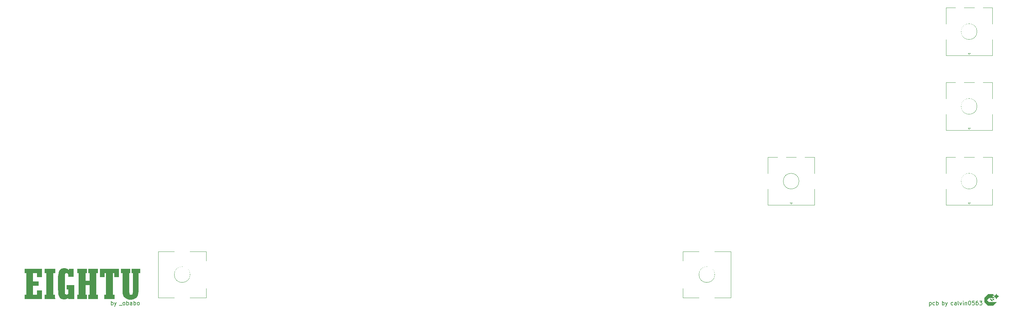
<source format=gbr>
%TF.GenerationSoftware,KiCad,Pcbnew,(7.0.0)*%
%TF.CreationDate,2023-11-25T12:28:40+01:00*%
%TF.ProjectId,Eightu Ortho,45696768-7475-4204-9f72-74686f2e6b69,rev?*%
%TF.SameCoordinates,Original*%
%TF.FileFunction,Legend,Top*%
%TF.FilePolarity,Positive*%
%FSLAX46Y46*%
G04 Gerber Fmt 4.6, Leading zero omitted, Abs format (unit mm)*
G04 Created by KiCad (PCBNEW (7.0.0)) date 2023-11-25 12:28:40*
%MOMM*%
%LPD*%
G01*
G04 APERTURE LIST*
%ADD10C,0.150000*%
%ADD11C,0.120000*%
%ADD12C,1.750000*%
%ADD13C,3.987800*%
G04 APERTURE END LIST*
D10*
X283606845Y-121353214D02*
X283606845Y-122353214D01*
X283606845Y-121400833D02*
X283702083Y-121353214D01*
X283702083Y-121353214D02*
X283892559Y-121353214D01*
X283892559Y-121353214D02*
X283987797Y-121400833D01*
X283987797Y-121400833D02*
X284035416Y-121448452D01*
X284035416Y-121448452D02*
X284083035Y-121543690D01*
X284083035Y-121543690D02*
X284083035Y-121829404D01*
X284083035Y-121829404D02*
X284035416Y-121924642D01*
X284035416Y-121924642D02*
X283987797Y-121972261D01*
X283987797Y-121972261D02*
X283892559Y-122019880D01*
X283892559Y-122019880D02*
X283702083Y-122019880D01*
X283702083Y-122019880D02*
X283606845Y-121972261D01*
X284940178Y-121972261D02*
X284844940Y-122019880D01*
X284844940Y-122019880D02*
X284654464Y-122019880D01*
X284654464Y-122019880D02*
X284559226Y-121972261D01*
X284559226Y-121972261D02*
X284511607Y-121924642D01*
X284511607Y-121924642D02*
X284463988Y-121829404D01*
X284463988Y-121829404D02*
X284463988Y-121543690D01*
X284463988Y-121543690D02*
X284511607Y-121448452D01*
X284511607Y-121448452D02*
X284559226Y-121400833D01*
X284559226Y-121400833D02*
X284654464Y-121353214D01*
X284654464Y-121353214D02*
X284844940Y-121353214D01*
X284844940Y-121353214D02*
X284940178Y-121400833D01*
X285368750Y-122019880D02*
X285368750Y-121019880D01*
X285368750Y-121400833D02*
X285463988Y-121353214D01*
X285463988Y-121353214D02*
X285654464Y-121353214D01*
X285654464Y-121353214D02*
X285749702Y-121400833D01*
X285749702Y-121400833D02*
X285797321Y-121448452D01*
X285797321Y-121448452D02*
X285844940Y-121543690D01*
X285844940Y-121543690D02*
X285844940Y-121829404D01*
X285844940Y-121829404D02*
X285797321Y-121924642D01*
X285797321Y-121924642D02*
X285749702Y-121972261D01*
X285749702Y-121972261D02*
X285654464Y-122019880D01*
X285654464Y-122019880D02*
X285463988Y-122019880D01*
X285463988Y-122019880D02*
X285368750Y-121972261D01*
X286873512Y-122019880D02*
X286873512Y-121019880D01*
X286873512Y-121400833D02*
X286968750Y-121353214D01*
X286968750Y-121353214D02*
X287159226Y-121353214D01*
X287159226Y-121353214D02*
X287254464Y-121400833D01*
X287254464Y-121400833D02*
X287302083Y-121448452D01*
X287302083Y-121448452D02*
X287349702Y-121543690D01*
X287349702Y-121543690D02*
X287349702Y-121829404D01*
X287349702Y-121829404D02*
X287302083Y-121924642D01*
X287302083Y-121924642D02*
X287254464Y-121972261D01*
X287254464Y-121972261D02*
X287159226Y-122019880D01*
X287159226Y-122019880D02*
X286968750Y-122019880D01*
X286968750Y-122019880D02*
X286873512Y-121972261D01*
X287683036Y-121353214D02*
X287921131Y-122019880D01*
X288159226Y-121353214D02*
X287921131Y-122019880D01*
X287921131Y-122019880D02*
X287825893Y-122257976D01*
X287825893Y-122257976D02*
X287778274Y-122305595D01*
X287778274Y-122305595D02*
X287683036Y-122353214D01*
X289568750Y-121972261D02*
X289473512Y-122019880D01*
X289473512Y-122019880D02*
X289283036Y-122019880D01*
X289283036Y-122019880D02*
X289187798Y-121972261D01*
X289187798Y-121972261D02*
X289140179Y-121924642D01*
X289140179Y-121924642D02*
X289092560Y-121829404D01*
X289092560Y-121829404D02*
X289092560Y-121543690D01*
X289092560Y-121543690D02*
X289140179Y-121448452D01*
X289140179Y-121448452D02*
X289187798Y-121400833D01*
X289187798Y-121400833D02*
X289283036Y-121353214D01*
X289283036Y-121353214D02*
X289473512Y-121353214D01*
X289473512Y-121353214D02*
X289568750Y-121400833D01*
X290425893Y-122019880D02*
X290425893Y-121496071D01*
X290425893Y-121496071D02*
X290378274Y-121400833D01*
X290378274Y-121400833D02*
X290283036Y-121353214D01*
X290283036Y-121353214D02*
X290092560Y-121353214D01*
X290092560Y-121353214D02*
X289997322Y-121400833D01*
X290425893Y-121972261D02*
X290330655Y-122019880D01*
X290330655Y-122019880D02*
X290092560Y-122019880D01*
X290092560Y-122019880D02*
X289997322Y-121972261D01*
X289997322Y-121972261D02*
X289949703Y-121877023D01*
X289949703Y-121877023D02*
X289949703Y-121781785D01*
X289949703Y-121781785D02*
X289997322Y-121686547D01*
X289997322Y-121686547D02*
X290092560Y-121638928D01*
X290092560Y-121638928D02*
X290330655Y-121638928D01*
X290330655Y-121638928D02*
X290425893Y-121591309D01*
X291044941Y-122019880D02*
X290949703Y-121972261D01*
X290949703Y-121972261D02*
X290902084Y-121877023D01*
X290902084Y-121877023D02*
X290902084Y-121019880D01*
X291330656Y-121353214D02*
X291568751Y-122019880D01*
X291568751Y-122019880D02*
X291806846Y-121353214D01*
X292187799Y-122019880D02*
X292187799Y-121353214D01*
X292187799Y-121019880D02*
X292140180Y-121067500D01*
X292140180Y-121067500D02*
X292187799Y-121115119D01*
X292187799Y-121115119D02*
X292235418Y-121067500D01*
X292235418Y-121067500D02*
X292187799Y-121019880D01*
X292187799Y-121019880D02*
X292187799Y-121115119D01*
X292663989Y-121353214D02*
X292663989Y-122019880D01*
X292663989Y-121448452D02*
X292711608Y-121400833D01*
X292711608Y-121400833D02*
X292806846Y-121353214D01*
X292806846Y-121353214D02*
X292949703Y-121353214D01*
X292949703Y-121353214D02*
X293044941Y-121400833D01*
X293044941Y-121400833D02*
X293092560Y-121496071D01*
X293092560Y-121496071D02*
X293092560Y-122019880D01*
X293759227Y-121019880D02*
X293854465Y-121019880D01*
X293854465Y-121019880D02*
X293949703Y-121067500D01*
X293949703Y-121067500D02*
X293997322Y-121115119D01*
X293997322Y-121115119D02*
X294044941Y-121210357D01*
X294044941Y-121210357D02*
X294092560Y-121400833D01*
X294092560Y-121400833D02*
X294092560Y-121638928D01*
X294092560Y-121638928D02*
X294044941Y-121829404D01*
X294044941Y-121829404D02*
X293997322Y-121924642D01*
X293997322Y-121924642D02*
X293949703Y-121972261D01*
X293949703Y-121972261D02*
X293854465Y-122019880D01*
X293854465Y-122019880D02*
X293759227Y-122019880D01*
X293759227Y-122019880D02*
X293663989Y-121972261D01*
X293663989Y-121972261D02*
X293616370Y-121924642D01*
X293616370Y-121924642D02*
X293568751Y-121829404D01*
X293568751Y-121829404D02*
X293521132Y-121638928D01*
X293521132Y-121638928D02*
X293521132Y-121400833D01*
X293521132Y-121400833D02*
X293568751Y-121210357D01*
X293568751Y-121210357D02*
X293616370Y-121115119D01*
X293616370Y-121115119D02*
X293663989Y-121067500D01*
X293663989Y-121067500D02*
X293759227Y-121019880D01*
X294997322Y-121019880D02*
X294521132Y-121019880D01*
X294521132Y-121019880D02*
X294473513Y-121496071D01*
X294473513Y-121496071D02*
X294521132Y-121448452D01*
X294521132Y-121448452D02*
X294616370Y-121400833D01*
X294616370Y-121400833D02*
X294854465Y-121400833D01*
X294854465Y-121400833D02*
X294949703Y-121448452D01*
X294949703Y-121448452D02*
X294997322Y-121496071D01*
X294997322Y-121496071D02*
X295044941Y-121591309D01*
X295044941Y-121591309D02*
X295044941Y-121829404D01*
X295044941Y-121829404D02*
X294997322Y-121924642D01*
X294997322Y-121924642D02*
X294949703Y-121972261D01*
X294949703Y-121972261D02*
X294854465Y-122019880D01*
X294854465Y-122019880D02*
X294616370Y-122019880D01*
X294616370Y-122019880D02*
X294521132Y-121972261D01*
X294521132Y-121972261D02*
X294473513Y-121924642D01*
X295902084Y-121019880D02*
X295711608Y-121019880D01*
X295711608Y-121019880D02*
X295616370Y-121067500D01*
X295616370Y-121067500D02*
X295568751Y-121115119D01*
X295568751Y-121115119D02*
X295473513Y-121257976D01*
X295473513Y-121257976D02*
X295425894Y-121448452D01*
X295425894Y-121448452D02*
X295425894Y-121829404D01*
X295425894Y-121829404D02*
X295473513Y-121924642D01*
X295473513Y-121924642D02*
X295521132Y-121972261D01*
X295521132Y-121972261D02*
X295616370Y-122019880D01*
X295616370Y-122019880D02*
X295806846Y-122019880D01*
X295806846Y-122019880D02*
X295902084Y-121972261D01*
X295902084Y-121972261D02*
X295949703Y-121924642D01*
X295949703Y-121924642D02*
X295997322Y-121829404D01*
X295997322Y-121829404D02*
X295997322Y-121591309D01*
X295997322Y-121591309D02*
X295949703Y-121496071D01*
X295949703Y-121496071D02*
X295902084Y-121448452D01*
X295902084Y-121448452D02*
X295806846Y-121400833D01*
X295806846Y-121400833D02*
X295616370Y-121400833D01*
X295616370Y-121400833D02*
X295521132Y-121448452D01*
X295521132Y-121448452D02*
X295473513Y-121496071D01*
X295473513Y-121496071D02*
X295425894Y-121591309D01*
X296330656Y-121019880D02*
X296949703Y-121019880D01*
X296949703Y-121019880D02*
X296616370Y-121400833D01*
X296616370Y-121400833D02*
X296759227Y-121400833D01*
X296759227Y-121400833D02*
X296854465Y-121448452D01*
X296854465Y-121448452D02*
X296902084Y-121496071D01*
X296902084Y-121496071D02*
X296949703Y-121591309D01*
X296949703Y-121591309D02*
X296949703Y-121829404D01*
X296949703Y-121829404D02*
X296902084Y-121924642D01*
X296902084Y-121924642D02*
X296854465Y-121972261D01*
X296854465Y-121972261D02*
X296759227Y-122019880D01*
X296759227Y-122019880D02*
X296473513Y-122019880D01*
X296473513Y-122019880D02*
X296378275Y-121972261D01*
X296378275Y-121972261D02*
X296330656Y-121924642D01*
X75644345Y-122019880D02*
X75644345Y-121019880D01*
X75644345Y-121400833D02*
X75739583Y-121353214D01*
X75739583Y-121353214D02*
X75930059Y-121353214D01*
X75930059Y-121353214D02*
X76025297Y-121400833D01*
X76025297Y-121400833D02*
X76072916Y-121448452D01*
X76072916Y-121448452D02*
X76120535Y-121543690D01*
X76120535Y-121543690D02*
X76120535Y-121829404D01*
X76120535Y-121829404D02*
X76072916Y-121924642D01*
X76072916Y-121924642D02*
X76025297Y-121972261D01*
X76025297Y-121972261D02*
X75930059Y-122019880D01*
X75930059Y-122019880D02*
X75739583Y-122019880D01*
X75739583Y-122019880D02*
X75644345Y-121972261D01*
X76453869Y-121353214D02*
X76691964Y-122019880D01*
X76930059Y-121353214D02*
X76691964Y-122019880D01*
X76691964Y-122019880D02*
X76596726Y-122257976D01*
X76596726Y-122257976D02*
X76549107Y-122305595D01*
X76549107Y-122305595D02*
X76453869Y-122353214D01*
X77672917Y-122115119D02*
X78434821Y-122115119D01*
X78815774Y-122019880D02*
X78720536Y-121972261D01*
X78720536Y-121972261D02*
X78672917Y-121924642D01*
X78672917Y-121924642D02*
X78625298Y-121829404D01*
X78625298Y-121829404D02*
X78625298Y-121543690D01*
X78625298Y-121543690D02*
X78672917Y-121448452D01*
X78672917Y-121448452D02*
X78720536Y-121400833D01*
X78720536Y-121400833D02*
X78815774Y-121353214D01*
X78815774Y-121353214D02*
X78958631Y-121353214D01*
X78958631Y-121353214D02*
X79053869Y-121400833D01*
X79053869Y-121400833D02*
X79101488Y-121448452D01*
X79101488Y-121448452D02*
X79149107Y-121543690D01*
X79149107Y-121543690D02*
X79149107Y-121829404D01*
X79149107Y-121829404D02*
X79101488Y-121924642D01*
X79101488Y-121924642D02*
X79053869Y-121972261D01*
X79053869Y-121972261D02*
X78958631Y-122019880D01*
X78958631Y-122019880D02*
X78815774Y-122019880D01*
X79577679Y-122019880D02*
X79577679Y-121019880D01*
X79577679Y-121400833D02*
X79672917Y-121353214D01*
X79672917Y-121353214D02*
X79863393Y-121353214D01*
X79863393Y-121353214D02*
X79958631Y-121400833D01*
X79958631Y-121400833D02*
X80006250Y-121448452D01*
X80006250Y-121448452D02*
X80053869Y-121543690D01*
X80053869Y-121543690D02*
X80053869Y-121829404D01*
X80053869Y-121829404D02*
X80006250Y-121924642D01*
X80006250Y-121924642D02*
X79958631Y-121972261D01*
X79958631Y-121972261D02*
X79863393Y-122019880D01*
X79863393Y-122019880D02*
X79672917Y-122019880D01*
X79672917Y-122019880D02*
X79577679Y-121972261D01*
X80911012Y-122019880D02*
X80911012Y-121496071D01*
X80911012Y-121496071D02*
X80863393Y-121400833D01*
X80863393Y-121400833D02*
X80768155Y-121353214D01*
X80768155Y-121353214D02*
X80577679Y-121353214D01*
X80577679Y-121353214D02*
X80482441Y-121400833D01*
X80911012Y-121972261D02*
X80815774Y-122019880D01*
X80815774Y-122019880D02*
X80577679Y-122019880D01*
X80577679Y-122019880D02*
X80482441Y-121972261D01*
X80482441Y-121972261D02*
X80434822Y-121877023D01*
X80434822Y-121877023D02*
X80434822Y-121781785D01*
X80434822Y-121781785D02*
X80482441Y-121686547D01*
X80482441Y-121686547D02*
X80577679Y-121638928D01*
X80577679Y-121638928D02*
X80815774Y-121638928D01*
X80815774Y-121638928D02*
X80911012Y-121591309D01*
X81387203Y-122019880D02*
X81387203Y-121019880D01*
X81387203Y-121400833D02*
X81482441Y-121353214D01*
X81482441Y-121353214D02*
X81672917Y-121353214D01*
X81672917Y-121353214D02*
X81768155Y-121400833D01*
X81768155Y-121400833D02*
X81815774Y-121448452D01*
X81815774Y-121448452D02*
X81863393Y-121543690D01*
X81863393Y-121543690D02*
X81863393Y-121829404D01*
X81863393Y-121829404D02*
X81815774Y-121924642D01*
X81815774Y-121924642D02*
X81768155Y-121972261D01*
X81768155Y-121972261D02*
X81672917Y-122019880D01*
X81672917Y-122019880D02*
X81482441Y-122019880D01*
X81482441Y-122019880D02*
X81387203Y-121972261D01*
X82434822Y-122019880D02*
X82339584Y-121972261D01*
X82339584Y-121972261D02*
X82291965Y-121924642D01*
X82291965Y-121924642D02*
X82244346Y-121829404D01*
X82244346Y-121829404D02*
X82244346Y-121543690D01*
X82244346Y-121543690D02*
X82291965Y-121448452D01*
X82291965Y-121448452D02*
X82339584Y-121400833D01*
X82339584Y-121400833D02*
X82434822Y-121353214D01*
X82434822Y-121353214D02*
X82577679Y-121353214D01*
X82577679Y-121353214D02*
X82672917Y-121400833D01*
X82672917Y-121400833D02*
X82720536Y-121448452D01*
X82720536Y-121448452D02*
X82768155Y-121543690D01*
X82768155Y-121543690D02*
X82768155Y-121829404D01*
X82768155Y-121829404D02*
X82720536Y-121924642D01*
X82720536Y-121924642D02*
X82672917Y-121972261D01*
X82672917Y-121972261D02*
X82577679Y-122019880D01*
X82577679Y-122019880D02*
X82434822Y-122019880D01*
D11*
%TO.C,SW7*%
X242543750Y-84387500D02*
X244943750Y-84387500D01*
X242543750Y-88487500D02*
X242543750Y-84387500D01*
X242543750Y-92487500D02*
X242543750Y-96587500D01*
X242543750Y-96587500D02*
X254343750Y-96587500D01*
X247143750Y-84387500D02*
X249743750Y-84387500D01*
X248143750Y-95987500D02*
X248743750Y-95987500D01*
X248443750Y-96287500D02*
X248143750Y-95987500D01*
X248743750Y-95987500D02*
X248443750Y-96287500D01*
X251943750Y-84387500D02*
X254343750Y-84387500D01*
X254343750Y-84387500D02*
X254343750Y-88487500D01*
X254343750Y-92487500D02*
X254343750Y-96587500D01*
X250443750Y-90487500D02*
G75*
G03*
X250443750Y-90487500I-2000000J0D01*
G01*
%TO.C,SW4*%
X99762500Y-108400000D02*
X99762500Y-110800000D01*
X95662500Y-108400000D02*
X99762500Y-108400000D01*
X91662500Y-108400000D02*
X87562500Y-108400000D01*
X87562500Y-108400000D02*
X87562500Y-120200000D01*
X99762500Y-113000000D02*
X99762500Y-115600000D01*
X88162500Y-114000000D02*
X88162500Y-114600000D01*
X87862500Y-114300000D02*
X88162500Y-114000000D01*
X88162500Y-114600000D02*
X87862500Y-114300000D01*
X99762500Y-117800000D02*
X99762500Y-120200000D01*
X99762500Y-120200000D02*
X95662500Y-120200000D01*
X91662500Y-120200000D02*
X87562500Y-120200000D01*
X95662500Y-114300000D02*
G75*
G03*
X95662500Y-114300000I-2000000J0D01*
G01*
%TO.C,G\u002A\u002A\u002A*%
G36*
X61382256Y-113344590D02*
G01*
X61382256Y-113887767D01*
X61149466Y-113887767D01*
X60916675Y-113887767D01*
X60916675Y-116652410D01*
X60916675Y-119417053D01*
X61136533Y-119432960D01*
X61356390Y-119448867D01*
X61371133Y-119979112D01*
X61385875Y-120509356D01*
X60064921Y-120509356D01*
X58743967Y-120509356D01*
X58743967Y-119966179D01*
X58743967Y-119423002D01*
X58950891Y-119423002D01*
X59157816Y-119423002D01*
X59157816Y-116655385D01*
X59157816Y-113887767D01*
X58950891Y-113887767D01*
X58743967Y-113887767D01*
X58743967Y-113344590D01*
X58743967Y-112801413D01*
X60063111Y-112801413D01*
X61382256Y-112801413D01*
X61382256Y-113344590D01*
G37*
G36*
X77625840Y-113887767D02*
G01*
X77625840Y-114974122D01*
X77030932Y-114974122D01*
X76436024Y-114974122D01*
X76436024Y-114430945D01*
X76436024Y-113887767D01*
X76254965Y-113887767D01*
X76073905Y-113887767D01*
X76073905Y-116655385D01*
X76073905Y-119423002D01*
X76280830Y-119423002D01*
X76487755Y-119423002D01*
X76487755Y-119966179D01*
X76487755Y-120509356D01*
X75194476Y-120509356D01*
X73901197Y-120509356D01*
X73901197Y-119966179D01*
X73901197Y-119423002D01*
X74108121Y-119423002D01*
X74315046Y-119423002D01*
X74315046Y-116655385D01*
X74315046Y-113887767D01*
X74133987Y-113887767D01*
X73952928Y-113887767D01*
X73952928Y-114430945D01*
X73952928Y-114974122D01*
X73358020Y-114974122D01*
X72763111Y-114974122D01*
X72763111Y-113887767D01*
X72763111Y-112801413D01*
X75194476Y-112801413D01*
X77625840Y-112801413D01*
X77625840Y-113887767D01*
G37*
G36*
X58019730Y-113887767D02*
G01*
X58019730Y-114974122D01*
X57373091Y-114974122D01*
X56726451Y-114974122D01*
X56726451Y-114430945D01*
X56726451Y-113887767D01*
X56235005Y-113887767D01*
X55743559Y-113887767D01*
X55743559Y-114974122D01*
X55743559Y-116060476D01*
X56467795Y-116060476D01*
X57192032Y-116060476D01*
X57192032Y-116603653D01*
X57192032Y-117146831D01*
X56467795Y-117146831D01*
X55743559Y-117146831D01*
X55743559Y-118284916D01*
X55743559Y-119423002D01*
X56235005Y-119423002D01*
X56726451Y-119423002D01*
X56726451Y-118879825D01*
X56726451Y-118336647D01*
X57373091Y-118336647D01*
X58019730Y-118336647D01*
X58019730Y-119423002D01*
X58019730Y-120509356D01*
X55821156Y-120509356D01*
X53622582Y-120509356D01*
X53622582Y-119966179D01*
X53622582Y-119423002D01*
X53829506Y-119423002D01*
X54036431Y-119423002D01*
X54036431Y-116655385D01*
X54036431Y-113887767D01*
X53829506Y-113887767D01*
X53622582Y-113887767D01*
X53622582Y-113344590D01*
X53622582Y-112801413D01*
X55821156Y-112801413D01*
X58019730Y-112801413D01*
X58019730Y-113887767D01*
G37*
G36*
X69452317Y-113344590D02*
G01*
X69452317Y-113887767D01*
X69271258Y-113887767D01*
X69090199Y-113887767D01*
X69090199Y-114896525D01*
X69090199Y-115905283D01*
X69607510Y-115905283D01*
X70124822Y-115905283D01*
X70124822Y-114896525D01*
X70124822Y-113887767D01*
X69943763Y-113887767D01*
X69762704Y-113887767D01*
X69762704Y-113344590D01*
X69762704Y-112801413D01*
X71004252Y-112801413D01*
X72245800Y-112801413D01*
X72245800Y-113344590D01*
X72245800Y-113887767D01*
X72038875Y-113887767D01*
X71831950Y-113887767D01*
X71831950Y-116655385D01*
X71831950Y-119423002D01*
X72038875Y-119423002D01*
X72245800Y-119423002D01*
X72245800Y-119966179D01*
X72245800Y-120509356D01*
X71002442Y-120509356D01*
X69759084Y-120509356D01*
X69773827Y-119979112D01*
X69788569Y-119448867D01*
X69956696Y-119432657D01*
X70124822Y-119416446D01*
X70124822Y-118204042D01*
X70124822Y-116991637D01*
X69607510Y-116991637D01*
X69090199Y-116991637D01*
X69090199Y-118207319D01*
X69090199Y-119423002D01*
X69271258Y-119423002D01*
X69452317Y-119423002D01*
X69452317Y-119966179D01*
X69452317Y-120509356D01*
X68210769Y-120509356D01*
X66969221Y-120509356D01*
X66969221Y-119966179D01*
X66969221Y-119423002D01*
X67176146Y-119423002D01*
X67383070Y-119423002D01*
X67383070Y-116655385D01*
X67383070Y-113887767D01*
X67176146Y-113887767D01*
X66969221Y-113887767D01*
X66969221Y-113344590D01*
X66969221Y-112801413D01*
X68210769Y-112801413D01*
X69452317Y-112801413D01*
X69452317Y-113344590D01*
G37*
G36*
X80471054Y-113344590D02*
G01*
X80471054Y-113887767D01*
X80340355Y-113887767D01*
X80209656Y-113887767D01*
X80223960Y-116522308D01*
X80227258Y-117111905D01*
X80230465Y-117606885D01*
X80233973Y-118016089D01*
X80238176Y-118348362D01*
X80243464Y-118612547D01*
X80250231Y-118817487D01*
X80258869Y-118972026D01*
X80269770Y-119085005D01*
X80283326Y-119165270D01*
X80299929Y-119221662D01*
X80319973Y-119263026D01*
X80343848Y-119298204D01*
X80347309Y-119302858D01*
X80441268Y-119400662D01*
X80555963Y-119442195D01*
X80677979Y-119448867D01*
X80836729Y-119435087D01*
X80940946Y-119379956D01*
X81008648Y-119302867D01*
X81033060Y-119267839D01*
X81053590Y-119227780D01*
X81070630Y-119173844D01*
X81084576Y-119097191D01*
X81095821Y-118988975D01*
X81104758Y-118840355D01*
X81111781Y-118642486D01*
X81117284Y-118386526D01*
X81121660Y-118063631D01*
X81125304Y-117664958D01*
X81128608Y-117181664D01*
X81131966Y-116604906D01*
X81132429Y-116522317D01*
X81147165Y-113887767D01*
X80990168Y-113887767D01*
X80833172Y-113887767D01*
X80833172Y-113344590D01*
X80833172Y-112801413D01*
X81919527Y-112801413D01*
X83005881Y-112801413D01*
X83005881Y-113344590D01*
X83005881Y-113887767D01*
X82798956Y-113887767D01*
X82592032Y-113887767D01*
X82590434Y-116202737D01*
X82588847Y-116873362D01*
X82584422Y-117449551D01*
X82576169Y-117940316D01*
X82563101Y-118354667D01*
X82544227Y-118701615D01*
X82518561Y-118990170D01*
X82485112Y-119229344D01*
X82442893Y-119428146D01*
X82390914Y-119595587D01*
X82328187Y-119740678D01*
X82253723Y-119872430D01*
X82175077Y-119988121D01*
X81914632Y-120262070D01*
X81582985Y-120473303D01*
X81194787Y-120616843D01*
X80764690Y-120687716D01*
X80307343Y-120680946D01*
X80181469Y-120665217D01*
X79720944Y-120556730D01*
X79336849Y-120378717D01*
X79027807Y-120129849D01*
X78792446Y-119808800D01*
X78629392Y-119414241D01*
X78558095Y-119097034D01*
X78546884Y-118975621D01*
X78536596Y-118761619D01*
X78527435Y-118465897D01*
X78519609Y-118099325D01*
X78513323Y-117672773D01*
X78508784Y-117197111D01*
X78506197Y-116683208D01*
X78505661Y-116332065D01*
X78505270Y-113887767D01*
X78298345Y-113887767D01*
X78091421Y-113887767D01*
X78091421Y-113344590D01*
X78091421Y-112801413D01*
X79281237Y-112801413D01*
X80471054Y-112801413D01*
X80471054Y-113344590D01*
G37*
G36*
X63999292Y-112687876D02*
G01*
X64249153Y-112739358D01*
X64469290Y-112839632D01*
X64695116Y-113000911D01*
X64737874Y-113036329D01*
X64899975Y-113172728D01*
X64899975Y-112987071D01*
X64899975Y-112801413D01*
X65494883Y-112801413D01*
X66089791Y-112801413D01*
X66089791Y-113836036D01*
X66089791Y-114870660D01*
X65417286Y-114870660D01*
X64744781Y-114870660D01*
X64744701Y-114599071D01*
X64713770Y-114322205D01*
X64627434Y-114105331D01*
X64495112Y-113959010D01*
X64326220Y-113893799D01*
X64137060Y-113917783D01*
X64070889Y-113942999D01*
X64015334Y-113973917D01*
X63969467Y-114019186D01*
X63932361Y-114087454D01*
X63903086Y-114187369D01*
X63880716Y-114327579D01*
X63864321Y-114516732D01*
X63852973Y-114763476D01*
X63845745Y-115076458D01*
X63841709Y-115464328D01*
X63839935Y-115935733D01*
X63839496Y-116499320D01*
X63839486Y-116690400D01*
X63839594Y-117252811D01*
X63840181Y-117721042D01*
X63841641Y-118104377D01*
X63844367Y-118412098D01*
X63848754Y-118653488D01*
X63855195Y-118837829D01*
X63864083Y-118974405D01*
X63875814Y-119072499D01*
X63890780Y-119141392D01*
X63909375Y-119190369D01*
X63931994Y-119228711D01*
X63948120Y-119251092D01*
X64098905Y-119377467D01*
X64282298Y-119421973D01*
X64466712Y-119382597D01*
X64591227Y-119292060D01*
X64649535Y-119221176D01*
X64688129Y-119141287D01*
X64712126Y-119028637D01*
X64726641Y-118859469D01*
X64736557Y-118617132D01*
X64754199Y-118077992D01*
X64516700Y-118077992D01*
X64279201Y-118077992D01*
X64279201Y-117508949D01*
X64279201Y-116939906D01*
X65262093Y-116939906D01*
X66244985Y-116939906D01*
X66244985Y-118724631D01*
X66244985Y-120509356D01*
X65494883Y-120509356D01*
X64744781Y-120509356D01*
X64744781Y-120349816D01*
X64744781Y-120190275D01*
X64542529Y-120350462D01*
X64215385Y-120546488D01*
X63854544Y-120647035D01*
X63469268Y-120650744D01*
X63089384Y-120563448D01*
X62818426Y-120431985D01*
X62598213Y-120237215D01*
X62425010Y-119971945D01*
X62295081Y-119628983D01*
X62204692Y-119201133D01*
X62156246Y-118766480D01*
X62141536Y-118511755D01*
X62129704Y-118176583D01*
X62120745Y-117778819D01*
X62114658Y-117336320D01*
X62111439Y-116866941D01*
X62111086Y-116388537D01*
X62113596Y-115918964D01*
X62118967Y-115476077D01*
X62127195Y-115077731D01*
X62138278Y-114741782D01*
X62152213Y-114486087D01*
X62156912Y-114428114D01*
X62234122Y-113918081D01*
X62365729Y-113494066D01*
X62551343Y-113156852D01*
X62790571Y-112907221D01*
X62974668Y-112792282D01*
X63120556Y-112730323D01*
X63270359Y-112693660D01*
X63458464Y-112676511D01*
X63684292Y-112672973D01*
X63999292Y-112687876D01*
G37*
G36*
X300047500Y-120615000D02*
G01*
X300189983Y-120757500D01*
X299996233Y-120757500D01*
X299802483Y-120757500D01*
X299660000Y-120615000D01*
X299517516Y-120472500D01*
X299711266Y-120472500D01*
X299905016Y-120472500D01*
X300047500Y-120615000D01*
G37*
G36*
X299555629Y-120755629D02*
G01*
X299586986Y-120786998D01*
X299617369Y-120817416D01*
X299646592Y-120846694D01*
X299674467Y-120874644D01*
X299700807Y-120901078D01*
X299725424Y-120925806D01*
X299748133Y-120948640D01*
X299768744Y-120969393D01*
X299787071Y-120987874D01*
X299802927Y-121003897D01*
X299816125Y-121017273D01*
X299826477Y-121027812D01*
X299833797Y-121035327D01*
X299837896Y-121039630D01*
X299838750Y-121040629D01*
X299836313Y-121040926D01*
X299829259Y-121041209D01*
X299817969Y-121041473D01*
X299802825Y-121041715D01*
X299784209Y-121041932D01*
X299762503Y-121042119D01*
X299738090Y-121042273D01*
X299711351Y-121042390D01*
X299682668Y-121042467D01*
X299652424Y-121042499D01*
X299646870Y-121042500D01*
X299454991Y-121042500D01*
X299170000Y-120757500D01*
X298885008Y-120472500D01*
X299078758Y-120472500D01*
X299272508Y-120472500D01*
X299555629Y-120755629D01*
G37*
G36*
X299876149Y-119431149D02*
G01*
X299898326Y-119453355D01*
X299919429Y-119474535D01*
X299939197Y-119494427D01*
X299957370Y-119512764D01*
X299973688Y-119529284D01*
X299987890Y-119543722D01*
X299999716Y-119555813D01*
X300008906Y-119565292D01*
X300015198Y-119571896D01*
X300018333Y-119575360D01*
X300018641Y-119575828D01*
X300016322Y-119577631D01*
X300010777Y-119581840D01*
X300002783Y-119587870D01*
X299993117Y-119595132D01*
X299990871Y-119596816D01*
X299928252Y-119640677D01*
X299862374Y-119680879D01*
X299793559Y-119717255D01*
X299722130Y-119749637D01*
X299648408Y-119777854D01*
X299638313Y-119781330D01*
X299618972Y-119787672D01*
X299597121Y-119794453D01*
X299574082Y-119801291D01*
X299551180Y-119807805D01*
X299529740Y-119813616D01*
X299511084Y-119818340D01*
X299503750Y-119820056D01*
X299495820Y-119821969D01*
X299489912Y-119823622D01*
X299487869Y-119824384D01*
X299489402Y-119825376D01*
X299495025Y-119827309D01*
X299503968Y-119829951D01*
X299515463Y-119833069D01*
X299522869Y-119834973D01*
X299601098Y-119856886D01*
X299675988Y-119882379D01*
X299747837Y-119911603D01*
X299816945Y-119944708D01*
X299883612Y-119981846D01*
X299948135Y-120023165D01*
X300010814Y-120068818D01*
X300050000Y-120100296D01*
X300060334Y-120109243D01*
X300072538Y-120120367D01*
X300086189Y-120133235D01*
X300100865Y-120147413D01*
X300116146Y-120162469D01*
X300131608Y-120177968D01*
X300146831Y-120193479D01*
X300161393Y-120208566D01*
X300174871Y-120222797D01*
X300186844Y-120235740D01*
X300196890Y-120246959D01*
X300204587Y-120256023D01*
X300209515Y-120262497D01*
X300211250Y-120265949D01*
X300208782Y-120266076D01*
X300201511Y-120266201D01*
X300189631Y-120266323D01*
X300173340Y-120266441D01*
X300152832Y-120266555D01*
X300128304Y-120266665D01*
X300099951Y-120266770D01*
X300067971Y-120266869D01*
X300032558Y-120266963D01*
X299993908Y-120267051D01*
X299952218Y-120267132D01*
X299907684Y-120267206D01*
X299860501Y-120267273D01*
X299810865Y-120267332D01*
X299758973Y-120267383D01*
X299705020Y-120267425D01*
X299649202Y-120267458D01*
X299591716Y-120267482D01*
X299532756Y-120267496D01*
X299481870Y-120267500D01*
X298752490Y-120267499D01*
X298507500Y-120512500D01*
X298262509Y-120757500D01*
X298507500Y-121002500D01*
X298752490Y-121247500D01*
X299732492Y-121247500D01*
X300712495Y-121247500D01*
X300222500Y-121737500D01*
X299732504Y-122227500D01*
X299118750Y-122227500D01*
X298504995Y-122227500D01*
X298015622Y-121738122D01*
X297526250Y-121248745D01*
X297526249Y-120757495D01*
X297526249Y-120266245D01*
X298015627Y-119776872D01*
X298505004Y-119287500D01*
X299118760Y-119287500D01*
X299732516Y-119287500D01*
X299876149Y-119431149D01*
G37*
G36*
X300604340Y-119031636D02*
G01*
X300605863Y-119035002D01*
X300608019Y-119042008D01*
X300611017Y-119053170D01*
X300612477Y-119058831D01*
X300632986Y-119128935D01*
X300658077Y-119197109D01*
X300687667Y-119263189D01*
X300721673Y-119327014D01*
X300760015Y-119388421D01*
X300802607Y-119447247D01*
X300821752Y-119471155D01*
X300845185Y-119498187D01*
X300871893Y-119526594D01*
X300900781Y-119555317D01*
X300930756Y-119583298D01*
X300960725Y-119609478D01*
X300985000Y-119629228D01*
X301037417Y-119667400D01*
X301093336Y-119702710D01*
X301151977Y-119734774D01*
X301212562Y-119763210D01*
X301274308Y-119787635D01*
X301336438Y-119807667D01*
X301363843Y-119815028D01*
X301375927Y-119818092D01*
X301386445Y-119820799D01*
X301394342Y-119822875D01*
X301398558Y-119824045D01*
X301398750Y-119824106D01*
X301397781Y-119825102D01*
X301392677Y-119827052D01*
X301384156Y-119829724D01*
X301372939Y-119832887D01*
X301365000Y-119834979D01*
X301296242Y-119855190D01*
X301229538Y-119879870D01*
X301165064Y-119908857D01*
X301102995Y-119941984D01*
X301043507Y-119979089D01*
X300986778Y-120020006D01*
X300932983Y-120064572D01*
X300882298Y-120112621D01*
X300834900Y-120163990D01*
X300790965Y-120218514D01*
X300750669Y-120276029D01*
X300714188Y-120336371D01*
X300681698Y-120399374D01*
X300653377Y-120464876D01*
X300634832Y-120515974D01*
X300629399Y-120532794D01*
X300623755Y-120551197D01*
X300618458Y-120569315D01*
X300614060Y-120585278D01*
X300612774Y-120590258D01*
X300609412Y-120603525D01*
X300607022Y-120612470D01*
X300605355Y-120617622D01*
X300604165Y-120619508D01*
X300603202Y-120618657D01*
X300602218Y-120615596D01*
X300601732Y-120613750D01*
X300595850Y-120591305D01*
X300590906Y-120572801D01*
X300586637Y-120557324D01*
X300582782Y-120543963D01*
X300579079Y-120531803D01*
X300575264Y-120519932D01*
X300571947Y-120510000D01*
X300546809Y-120443442D01*
X300517237Y-120379011D01*
X300483411Y-120316911D01*
X300445514Y-120257346D01*
X300403727Y-120200522D01*
X300358231Y-120146642D01*
X300309208Y-120095911D01*
X300256839Y-120048532D01*
X300201305Y-120004712D01*
X300142788Y-119964654D01*
X300081469Y-119928562D01*
X300035000Y-119904818D01*
X299991396Y-119885203D01*
X299945959Y-119867169D01*
X299900215Y-119851266D01*
X299855690Y-119838040D01*
X299833118Y-119832306D01*
X299823127Y-119829743D01*
X299815504Y-119827422D01*
X299811181Y-119825650D01*
X299810618Y-119824898D01*
X299813621Y-119823717D01*
X299820522Y-119821620D01*
X299830363Y-119818881D01*
X299842184Y-119815773D01*
X299845000Y-119815056D01*
X299911801Y-119795587D01*
X299977208Y-119771437D01*
X300040944Y-119742798D01*
X300102733Y-119709862D01*
X300162297Y-119672822D01*
X300219361Y-119631870D01*
X300273647Y-119587199D01*
X300324878Y-119539000D01*
X300372779Y-119487467D01*
X300417072Y-119432790D01*
X300439514Y-119401851D01*
X300478302Y-119341970D01*
X300512765Y-119279823D01*
X300542973Y-119215251D01*
X300568996Y-119148095D01*
X300590905Y-119078197D01*
X300602367Y-119033776D01*
X300603244Y-119031399D01*
X300604340Y-119031636D01*
G37*
%TO.C,SW5*%
X220912500Y-120200000D02*
X220912500Y-117800000D01*
X225012500Y-120200000D02*
X220912500Y-120200000D01*
X229012500Y-120200000D02*
X233112500Y-120200000D01*
X233112500Y-120200000D02*
X233112500Y-108400000D01*
X220912500Y-115600000D02*
X220912500Y-113000000D01*
X232512500Y-114600000D02*
X232512500Y-114000000D01*
X232812500Y-114300000D02*
X232512500Y-114600000D01*
X232512500Y-114000000D02*
X232812500Y-114300000D01*
X220912500Y-110800000D02*
X220912500Y-108400000D01*
X220912500Y-108400000D02*
X225012500Y-108400000D01*
X229012500Y-108400000D02*
X233112500Y-108400000D01*
X229012500Y-114300000D02*
G75*
G03*
X229012500Y-114300000I-2000000J0D01*
G01*
%TO.C,SW2*%
X287787500Y-65337500D02*
X290187500Y-65337500D01*
X287787500Y-69437500D02*
X287787500Y-65337500D01*
X287787500Y-73437500D02*
X287787500Y-77537500D01*
X287787500Y-77537500D02*
X299587500Y-77537500D01*
X292387500Y-65337500D02*
X294987500Y-65337500D01*
X293387500Y-76937500D02*
X293987500Y-76937500D01*
X293687500Y-77237500D02*
X293387500Y-76937500D01*
X293987500Y-76937500D02*
X293687500Y-77237500D01*
X297187500Y-65337500D02*
X299587500Y-65337500D01*
X299587500Y-65337500D02*
X299587500Y-69437500D01*
X299587500Y-73437500D02*
X299587500Y-77537500D01*
X295687500Y-71437500D02*
G75*
G03*
X295687500Y-71437500I-2000000J0D01*
G01*
%TO.C,SW3*%
X287787500Y-84387500D02*
X290187500Y-84387500D01*
X287787500Y-88487500D02*
X287787500Y-84387500D01*
X287787500Y-92487500D02*
X287787500Y-96587500D01*
X287787500Y-96587500D02*
X299587500Y-96587500D01*
X292387500Y-84387500D02*
X294987500Y-84387500D01*
X293387500Y-95987500D02*
X293987500Y-95987500D01*
X293687500Y-96287500D02*
X293387500Y-95987500D01*
X293987500Y-95987500D02*
X293687500Y-96287500D01*
X297187500Y-84387500D02*
X299587500Y-84387500D01*
X299587500Y-84387500D02*
X299587500Y-88487500D01*
X299587500Y-92487500D02*
X299587500Y-96587500D01*
X295687500Y-90487500D02*
G75*
G03*
X295687500Y-90487500I-2000000J0D01*
G01*
%TO.C,SW1*%
X287787500Y-46287500D02*
X290187500Y-46287500D01*
X287787500Y-50387500D02*
X287787500Y-46287500D01*
X287787500Y-54387500D02*
X287787500Y-58487500D01*
X287787500Y-58487500D02*
X299587500Y-58487500D01*
X292387500Y-46287500D02*
X294987500Y-46287500D01*
X293387500Y-57887500D02*
X293987500Y-57887500D01*
X293687500Y-58187500D02*
X293387500Y-57887500D01*
X293987500Y-57887500D02*
X293687500Y-58187500D01*
X297187500Y-46287500D02*
X299587500Y-46287500D01*
X299587500Y-46287500D02*
X299587500Y-50387500D01*
X299587500Y-54387500D02*
X299587500Y-58487500D01*
X295687500Y-52387500D02*
G75*
G03*
X295687500Y-52387500I-2000000J0D01*
G01*
%TD*%
%LPC*%
D12*
%TO.C,MX25*%
X264795000Y-71437500D03*
D13*
X269875000Y-71437500D03*
D12*
X274955000Y-71437500D03*
%TD*%
%TO.C,MX44*%
X164782500Y-114300000D03*
D13*
X169862500Y-114300000D03*
D12*
X174942500Y-114300000D03*
%TD*%
%TO.C,MX15*%
X55245000Y-71437500D03*
D13*
X60325000Y-71437500D03*
D12*
X65405000Y-71437500D03*
%TD*%
%TO.C,MX46*%
X217170000Y-114300000D03*
D13*
X222250000Y-114300000D03*
D12*
X227330000Y-114300000D03*
%TD*%
%TO.C,MX19*%
X131445000Y-71437500D03*
D13*
X136525000Y-71437500D03*
D12*
X141605000Y-71437500D03*
%TD*%
%TO.C,MX17*%
X93345000Y-71437500D03*
D13*
X98425000Y-71437500D03*
D12*
X103505000Y-71437500D03*
%TD*%
%TO.C,MX56*%
X183832500Y-114300000D03*
D13*
X188912500Y-114300000D03*
D12*
X193992500Y-114300000D03*
%TD*%
%TO.C,MX51*%
X221932500Y-114300000D03*
D13*
X227012500Y-114300000D03*
D12*
X232092500Y-114300000D03*
%TD*%
%TO.C,MX49*%
X283845000Y-114300000D03*
D13*
X288925000Y-114300000D03*
D12*
X294005000Y-114300000D03*
%TD*%
%TO.C,MX35*%
X188595000Y-90487500D03*
D13*
X193675000Y-90487500D03*
D12*
X198755000Y-90487500D03*
%TD*%
%TO.C,MX22*%
X188595000Y-71437500D03*
D13*
X193675000Y-71437500D03*
D12*
X198755000Y-71437500D03*
%TD*%
%TO.C,MX50*%
X88582500Y-114300000D03*
D13*
X93662500Y-114300000D03*
D12*
X98742500Y-114300000D03*
%TD*%
%TO.C,MX41*%
X60007500Y-109537500D03*
D13*
X65087500Y-109537500D03*
D12*
X70167500Y-109537500D03*
%TD*%
%TO.C,MX54*%
X129063750Y-114300000D03*
D13*
X134143750Y-114300000D03*
D12*
X139223750Y-114300000D03*
%TD*%
%TO.C,MX48*%
X264795000Y-114300000D03*
D13*
X269875000Y-114300000D03*
D12*
X274955000Y-114300000D03*
%TD*%
%TO.C,MX34*%
X169545000Y-90487500D03*
D13*
X174625000Y-90487500D03*
D12*
X179705000Y-90487500D03*
%TD*%
%TO.C,MX5*%
X131445000Y-52387500D03*
D13*
X136525000Y-52387500D03*
D12*
X141605000Y-52387500D03*
%TD*%
%TO.C,MX21*%
X169545000Y-71437500D03*
D13*
X174625000Y-71437500D03*
D12*
X179705000Y-71437500D03*
%TD*%
D13*
%TO.C,S2*%
X200818750Y-106045000D03*
X177006250Y-106045000D03*
%TD*%
D12*
%TO.C,MX26*%
X288607500Y-71437500D03*
D13*
X293687500Y-71437500D03*
D12*
X298767500Y-71437500D03*
%TD*%
%TO.C,MX42*%
X93345000Y-114300000D03*
D13*
X98425000Y-114300000D03*
D12*
X103505000Y-114300000D03*
%TD*%
D13*
%TO.C,S10*%
X193675000Y-106045000D03*
X169862500Y-106045000D03*
%TD*%
%TO.C,S3*%
X227012500Y-106045000D03*
X112712500Y-106045000D03*
%TD*%
D12*
%TO.C,MX12*%
X264795000Y-52387500D03*
D13*
X269875000Y-52387500D03*
D12*
X274955000Y-52387500D03*
%TD*%
%TO.C,MX14*%
X245745000Y-71437500D03*
D13*
X250825000Y-71437500D03*
D12*
X255905000Y-71437500D03*
%TD*%
%TO.C,MX40*%
X145732500Y-114300000D03*
D13*
X150812500Y-114300000D03*
D12*
X155892500Y-114300000D03*
%TD*%
%TO.C,MX36*%
X207645000Y-90487500D03*
D13*
X212725000Y-90487500D03*
D12*
X217805000Y-90487500D03*
%TD*%
%TO.C,MX59*%
X202882500Y-114300000D03*
D13*
X207962500Y-114300000D03*
D12*
X213042500Y-114300000D03*
%TD*%
%TO.C,MX61*%
X226695000Y-90487500D03*
D13*
X231775000Y-90487500D03*
D12*
X236855000Y-90487500D03*
%TD*%
%TO.C,MX8*%
X188595000Y-52387500D03*
D13*
X193675000Y-52387500D03*
D12*
X198755000Y-52387500D03*
%TD*%
%TO.C,MX52*%
X107632500Y-114300000D03*
D13*
X112712500Y-114300000D03*
D12*
X117792500Y-114300000D03*
%TD*%
%TO.C,MX58*%
X176688750Y-114300000D03*
D13*
X181768750Y-114300000D03*
D12*
X186848750Y-114300000D03*
%TD*%
D13*
%TO.C,S7*%
X150812500Y-106045000D03*
X112712500Y-106045000D03*
%TD*%
%TO.C,S1*%
X143668750Y-106045000D03*
X119856250Y-106045000D03*
%TD*%
D12*
%TO.C,MX31*%
X112395000Y-90487500D03*
D13*
X117475000Y-90487500D03*
D12*
X122555000Y-90487500D03*
%TD*%
%TO.C,MX38*%
X264795000Y-95250000D03*
D13*
X269875000Y-95250000D03*
D12*
X274955000Y-95250000D03*
%TD*%
%TO.C,MX18*%
X112395000Y-71437500D03*
D13*
X117475000Y-71437500D03*
D12*
X122555000Y-71437500D03*
%TD*%
%TO.C,MX32*%
X131445000Y-90487500D03*
D13*
X136525000Y-90487500D03*
D12*
X141605000Y-90487500D03*
%TD*%
%TO.C,MX29*%
X74295000Y-90487500D03*
D13*
X79375000Y-90487500D03*
D12*
X84455000Y-90487500D03*
%TD*%
%TO.C,MX6*%
X150495000Y-52387500D03*
D13*
X155575000Y-52387500D03*
D12*
X160655000Y-52387500D03*
%TD*%
%TO.C,MX30*%
X93345000Y-90487500D03*
D13*
X98425000Y-90487500D03*
D12*
X103505000Y-90487500D03*
%TD*%
%TO.C,MX1*%
X55245000Y-52387500D03*
D13*
X60325000Y-52387500D03*
D12*
X65405000Y-52387500D03*
%TD*%
%TO.C,MX7*%
X169545000Y-52387500D03*
D13*
X174625000Y-52387500D03*
D12*
X179705000Y-52387500D03*
%TD*%
%TO.C,MX39*%
X288607500Y-90487500D03*
D13*
X293687500Y-90487500D03*
D12*
X298767500Y-90487500D03*
%TD*%
%TO.C,MX28*%
X55245000Y-90487500D03*
D13*
X60325000Y-90487500D03*
D12*
X65405000Y-90487500D03*
%TD*%
D13*
%TO.C,S5*%
X188912500Y-106045000D03*
X131762500Y-106045000D03*
%TD*%
%TO.C,S4*%
X207962500Y-106045000D03*
X112712500Y-106045000D03*
%TD*%
D12*
%TO.C,MX37*%
X233838750Y-90487500D03*
D13*
X238918750Y-90487500D03*
D12*
X243998750Y-90487500D03*
%TD*%
%TO.C,MX47*%
X245745000Y-114300000D03*
D13*
X250825000Y-114300000D03*
D12*
X255905000Y-114300000D03*
%TD*%
%TO.C,MX20*%
X150495000Y-71437500D03*
D13*
X155575000Y-71437500D03*
D12*
X160655000Y-71437500D03*
%TD*%
%TO.C,MX16*%
X74295000Y-71437500D03*
D13*
X79375000Y-71437500D03*
D12*
X84455000Y-71437500D03*
%TD*%
%TO.C,MX11*%
X245745000Y-52387500D03*
D13*
X250825000Y-52387500D03*
D12*
X255905000Y-52387500D03*
%TD*%
%TO.C,MX3*%
X93345000Y-52387500D03*
D13*
X98425000Y-52387500D03*
D12*
X103505000Y-52387500D03*
%TD*%
%TO.C,MX27*%
X126682500Y-114300000D03*
D13*
X131762500Y-114300000D03*
D12*
X136842500Y-114300000D03*
%TD*%
D13*
%TO.C,S8*%
X207962500Y-106045000D03*
X169862500Y-106045000D03*
%TD*%
%TO.C,S9*%
X146050000Y-106045000D03*
X122237500Y-106045000D03*
%TD*%
D12*
%TO.C,MX33*%
X150495000Y-90487500D03*
D13*
X155575000Y-90487500D03*
D12*
X160655000Y-90487500D03*
%TD*%
%TO.C,MX23*%
X207645000Y-71437500D03*
D13*
X212725000Y-71437500D03*
D12*
X217805000Y-71437500D03*
%TD*%
D13*
%TO.C,S6*%
X227012500Y-106045000D03*
X93662500Y-106045000D03*
%TD*%
D12*
%TO.C,MX10*%
X226695000Y-52387500D03*
D13*
X231775000Y-52387500D03*
D12*
X236855000Y-52387500D03*
%TD*%
%TO.C,MX4*%
X112395000Y-52387500D03*
D13*
X117475000Y-52387500D03*
D12*
X122555000Y-52387500D03*
%TD*%
%TO.C,MX9*%
X207645000Y-52387500D03*
D13*
X212725000Y-52387500D03*
D12*
X217805000Y-52387500D03*
%TD*%
%TO.C,MX13*%
X288607500Y-52387500D03*
D13*
X293687500Y-52387500D03*
D12*
X298767500Y-52387500D03*
%TD*%
%TO.C,MX24*%
X226695000Y-71437500D03*
D13*
X231775000Y-71437500D03*
D12*
X236855000Y-71437500D03*
%TD*%
%TO.C,MX55*%
X155257500Y-114300000D03*
D13*
X160337500Y-114300000D03*
D12*
X165417500Y-114300000D03*
%TD*%
%TO.C,MX2*%
X74295000Y-52387500D03*
D13*
X79375000Y-52387500D03*
D12*
X84455000Y-52387500D03*
%TD*%
M02*

</source>
